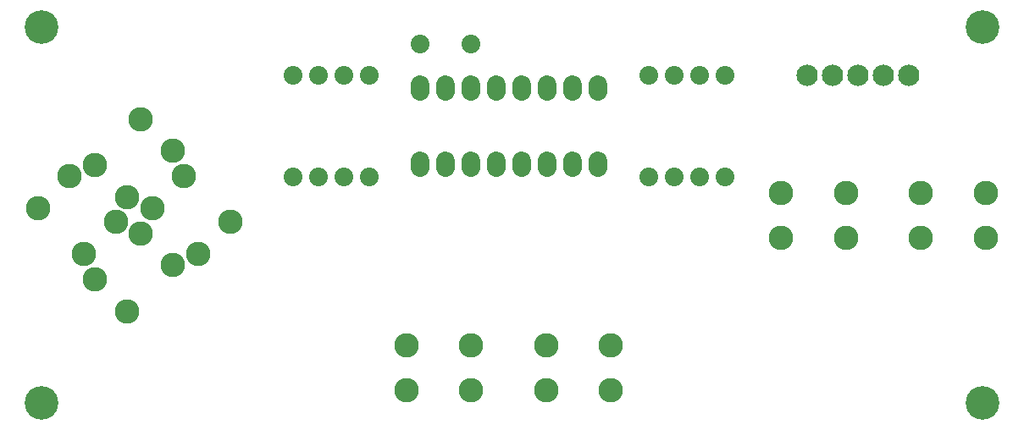
<source format=gbs>
G75*
%MOIN*%
%OFA0B0*%
%FSLAX25Y25*%
%IPPOS*%
%LPD*%
%AMOC8*
5,1,8,0,0,1.08239X$1,22.5*
%
%ADD10C,0.13211*%
%ADD11C,0.08400*%
%ADD12C,0.07384*%
%ADD13C,0.09628*%
%ADD14C,0.07384*%
D10*
X0012000Y0012000D03*
X0012000Y0160000D03*
X0382500Y0160000D03*
X0382500Y0012000D03*
D11*
X0353500Y0141000D03*
X0343500Y0141000D03*
X0333500Y0141000D03*
X0323500Y0141000D03*
X0313500Y0141000D03*
D12*
X0281000Y0141000D03*
X0271000Y0141000D03*
X0261000Y0141000D03*
X0251000Y0141000D03*
X0181000Y0153500D03*
X0161000Y0153500D03*
X0141000Y0141000D03*
X0131000Y0141000D03*
X0121000Y0141000D03*
X0111000Y0141000D03*
X0111000Y0101000D03*
X0121000Y0101000D03*
X0131000Y0101000D03*
X0141000Y0101000D03*
X0251000Y0101000D03*
X0261000Y0101000D03*
X0271000Y0101000D03*
X0281000Y0101000D03*
D13*
X0303205Y0094858D03*
X0328795Y0094858D03*
X0358205Y0094858D03*
X0383795Y0094858D03*
X0383795Y0077142D03*
X0358205Y0077142D03*
X0328795Y0077142D03*
X0303205Y0077142D03*
X0236295Y0034858D03*
X0210705Y0034858D03*
X0181295Y0034858D03*
X0155705Y0034858D03*
X0155705Y0017142D03*
X0181295Y0017142D03*
X0210705Y0017142D03*
X0236295Y0017142D03*
X0086311Y0083216D03*
X0073784Y0070689D03*
X0063811Y0066284D03*
X0051284Y0078811D03*
X0041311Y0083216D03*
X0055689Y0088784D03*
X0045716Y0093189D03*
X0023216Y0101311D03*
X0033189Y0105716D03*
X0063811Y0111284D03*
X0068216Y0101311D03*
X0051284Y0123811D03*
X0010689Y0088784D03*
X0028784Y0070689D03*
X0033189Y0060716D03*
X0045716Y0048189D03*
D14*
X0161000Y0104654D02*
X0161000Y0107346D01*
X0171000Y0107346D02*
X0171000Y0104654D01*
X0181000Y0104654D02*
X0181000Y0107346D01*
X0191000Y0107346D02*
X0191000Y0104654D01*
X0201000Y0104654D02*
X0201000Y0107346D01*
X0211000Y0107346D02*
X0211000Y0104654D01*
X0221000Y0104654D02*
X0221000Y0107346D01*
X0231000Y0107346D02*
X0231000Y0104654D01*
X0231000Y0134654D02*
X0231000Y0137346D01*
X0221000Y0137346D02*
X0221000Y0134654D01*
X0211000Y0134654D02*
X0211000Y0137346D01*
X0201000Y0137346D02*
X0201000Y0134654D01*
X0191000Y0134654D02*
X0191000Y0137346D01*
X0181000Y0137346D02*
X0181000Y0134654D01*
X0171000Y0134654D02*
X0171000Y0137346D01*
X0161000Y0137346D02*
X0161000Y0134654D01*
M02*

</source>
